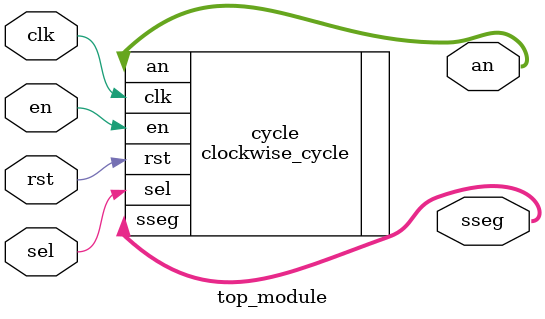
<source format=sv>
`timescale 1ns / 1ps


module top_module(
    input logic clk, rst, en, sel,
    output logic [7:0]sseg,
    output logic [7:0]an
    );
    
   
    clockwise_cycle cycle(
        .clk(clk),
        .rst(rst),
        .en(en),
        .sel(sel),
        
        .sseg(sseg),
        .an(an)
    );
    
    
    
    
    
    
    
    
endmodule

</source>
